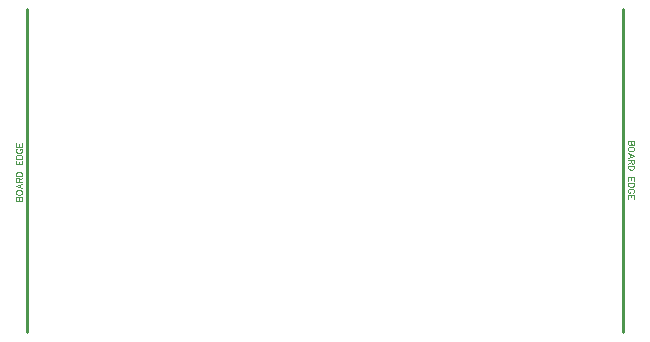
<source format=gbr>
G04 DipTrace 3.0.0.2*
G04 TopAssy.gbr*
%MOIN*%
G04 #@! TF.FileFunction,Drawing,Top*
G04 #@! TF.Part,Single*
%ADD10C,0.009843*%
%ADD46C,0.003088*%
%FSLAX26Y26*%
G04*
G70*
G90*
G75*
G01*
G04 TopAssy*
%LPD*%
X425200Y1075591D2*
D10*
Y2152756D1*
X2409445D2*
Y1075591D1*
X386902Y1514679D2*
D46*
X406998D1*
Y1523301D1*
X406025Y1526175D1*
X405074Y1527126D1*
X403173Y1528076D1*
X400299D1*
X398376Y1527126D1*
X397425Y1526175D1*
X396474Y1523301D1*
X395502Y1526175D1*
X394551Y1527126D1*
X392650Y1528076D1*
X390726D1*
X388825Y1527126D1*
X387852Y1526175D1*
X386902Y1523301D1*
Y1514679D1*
X396474D2*
Y1523301D1*
X386902Y1540000D2*
X387852Y1538077D1*
X389776Y1536176D1*
X391677Y1535203D1*
X394551Y1534252D1*
X399348D1*
X402200Y1535203D1*
X404124Y1536175D1*
X406025Y1538077D1*
X406998Y1540000D1*
Y1543825D1*
X406025Y1545726D1*
X404124Y1547649D1*
X402200Y1548600D1*
X399348Y1549551D1*
X394551D1*
X391677Y1548600D1*
X389776Y1547649D1*
X387852Y1545726D1*
X386902Y1543825D1*
Y1540000D1*
X406998Y1571047D2*
X386902Y1563376D1*
X406998Y1555726D1*
X400299Y1558600D2*
Y1568173D1*
X396474Y1577223D2*
Y1585823D1*
X395502Y1588697D1*
X394551Y1589670D1*
X392650Y1590620D1*
X390726D1*
X388825Y1589670D1*
X387852Y1588697D1*
X386902Y1585823D1*
Y1577223D1*
X406998D1*
X396474Y1583921D2*
X406998Y1590620D1*
X386902Y1596796D2*
X406998D1*
Y1603494D1*
X406025Y1606369D1*
X404124Y1608292D1*
X402200Y1609243D1*
X399348Y1610193D1*
X394551D1*
X391677Y1609243D1*
X389776Y1608292D1*
X387852Y1606369D1*
X386902Y1603495D1*
Y1596796D1*
Y1648234D2*
Y1635809D1*
X406998D1*
Y1648234D1*
X396474Y1635809D2*
Y1643459D1*
X386902Y1654410D2*
X406998D1*
Y1661108D1*
X406025Y1663982D1*
X404124Y1665906D1*
X402200Y1666856D1*
X399348Y1667807D1*
X394551D1*
X391677Y1666856D1*
X389776Y1665906D1*
X387852Y1663982D1*
X386902Y1661108D1*
Y1654410D1*
X391677Y1688331D2*
X389776Y1687380D1*
X387852Y1685457D1*
X386902Y1683555D1*
Y1679731D1*
X387852Y1677807D1*
X389776Y1675906D1*
X391677Y1674933D1*
X394551Y1673983D1*
X399348D1*
X402200Y1674933D1*
X404124Y1675906D1*
X406025Y1677807D1*
X406998Y1679731D1*
Y1683555D1*
X406025Y1685457D1*
X404124Y1687380D1*
X402200Y1688331D1*
X399348D1*
Y1683555D1*
X386902Y1706931D2*
Y1694506D1*
X406998D1*
Y1706931D1*
X396474Y1694506D2*
Y1702156D1*
X2447744Y1713667D2*
X2427648D1*
Y1705045D1*
X2428621Y1702171D1*
X2429571Y1701221D1*
X2431473Y1700270D1*
X2434347D1*
X2436270Y1701221D1*
X2437221Y1702171D1*
X2438171Y1705045D1*
X2439144Y1702171D1*
X2440095Y1701221D1*
X2441996Y1700270D1*
X2443919D1*
X2445821Y1701221D1*
X2446793Y1702171D1*
X2447744Y1705045D1*
Y1713667D1*
X2438171D2*
Y1705045D1*
X2447744Y1688346D2*
X2446793Y1690270D1*
X2444870Y1692171D1*
X2442969Y1693144D1*
X2440095Y1694094D1*
X2435297D1*
X2432445Y1693144D1*
X2430522Y1692171D1*
X2428621Y1690270D1*
X2427648Y1688346D1*
Y1684522D1*
X2428621Y1682620D1*
X2430522Y1680697D1*
X2432445Y1679746D1*
X2435297Y1678796D1*
X2440095D1*
X2442969Y1679746D1*
X2444870Y1680697D1*
X2446793Y1682620D1*
X2447744Y1684522D1*
Y1688346D1*
X2427648Y1657299D2*
X2447744Y1664971D1*
X2427648Y1672620D1*
X2434347Y1669746D2*
Y1660173D1*
X2438171Y1651124D2*
Y1642524D1*
X2439144Y1639650D1*
X2440095Y1638677D1*
X2441996Y1637726D1*
X2443919D1*
X2445821Y1638677D1*
X2446793Y1639650D1*
X2447744Y1642524D1*
Y1651124D1*
X2427648D1*
X2438171Y1644425D2*
X2427648Y1637726D1*
X2447744Y1631551D2*
X2427648D1*
Y1624852D1*
X2428621Y1621978D1*
X2430522Y1620055D1*
X2432445Y1619104D1*
X2435297Y1618153D1*
X2440095D1*
X2442969Y1619104D1*
X2444870Y1620055D1*
X2446793Y1621978D1*
X2447744Y1624852D1*
Y1631551D1*
Y1580113D2*
Y1592537D1*
X2427648D1*
Y1580113D1*
X2438171Y1592537D2*
Y1584888D1*
X2447744Y1573937D2*
X2427648D1*
Y1567238D1*
X2428621Y1564364D1*
X2430522Y1562441D1*
X2432445Y1561490D1*
X2435297Y1560540D1*
X2440095D1*
X2442969Y1561490D1*
X2444870Y1562441D1*
X2446793Y1564364D1*
X2447744Y1567238D1*
Y1573937D1*
X2442969Y1540016D2*
X2444870Y1540967D1*
X2446793Y1542890D1*
X2447744Y1544791D1*
Y1548616D1*
X2446793Y1550539D1*
X2444870Y1552441D1*
X2442969Y1553413D1*
X2440095Y1554364D1*
X2435297D1*
X2432445Y1553413D1*
X2430522Y1552441D1*
X2428621Y1550539D1*
X2427648Y1548616D1*
Y1544791D1*
X2428621Y1542890D1*
X2430522Y1540967D1*
X2432445Y1540016D1*
X2435297D1*
Y1544791D1*
X2447744Y1521416D2*
Y1533840D1*
X2427648D1*
Y1521416D1*
X2438171Y1533840D2*
Y1526191D1*
M02*

</source>
